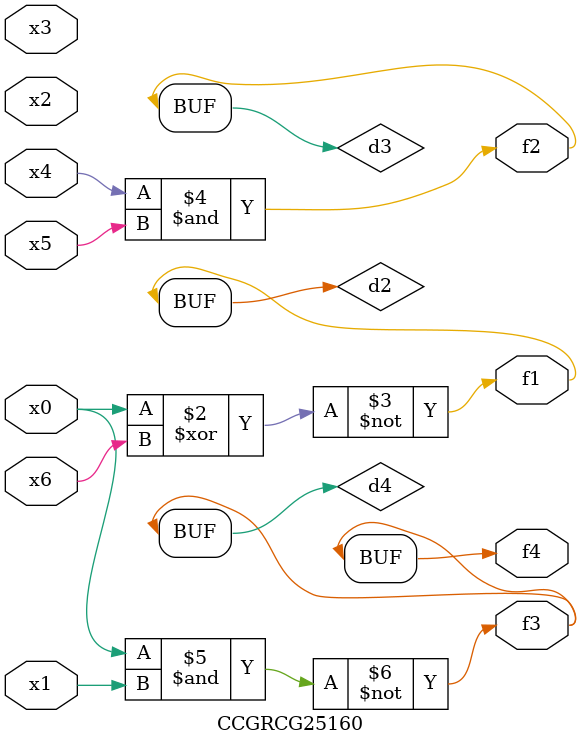
<source format=v>
module CCGRCG25160(
	input x0, x1, x2, x3, x4, x5, x6,
	output f1, f2, f3, f4
);

	wire d1, d2, d3, d4;

	nor (d1, x0);
	xnor (d2, x0, x6);
	and (d3, x4, x5);
	nand (d4, x0, x1);
	assign f1 = d2;
	assign f2 = d3;
	assign f3 = d4;
	assign f4 = d4;
endmodule

</source>
